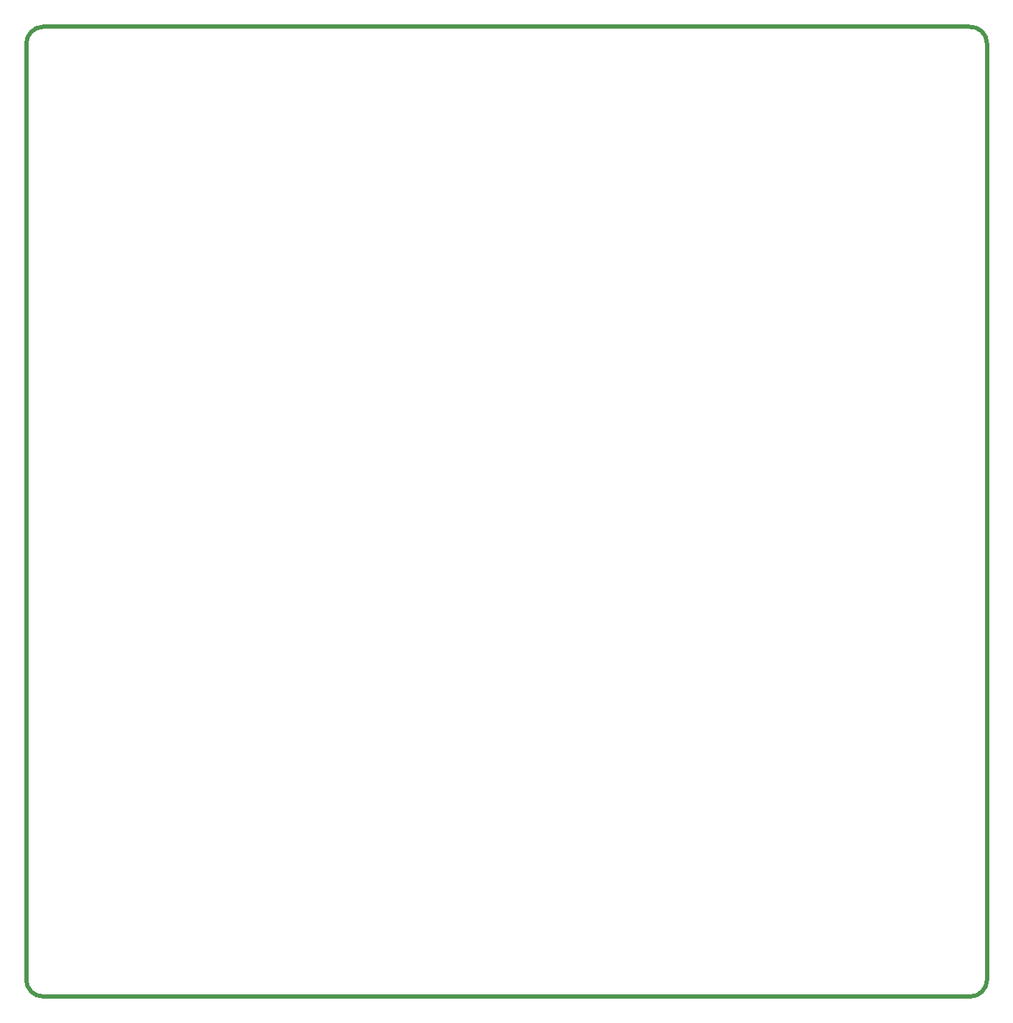
<source format=gbr>
%TF.GenerationSoftware,KiCad,Pcbnew,9.0.7*%
%TF.CreationDate,2026-01-21T16:50:36+00:00*%
%TF.ProjectId,OE PyBoard tester,4f452050-7942-46f6-9172-642074657374,rev?*%
%TF.SameCoordinates,PX4feafc0PY9062e40*%
%TF.FileFunction,Legend,Bot*%
%TF.FilePolarity,Positive*%
%FSLAX46Y46*%
G04 Gerber Fmt 4.6, Leading zero omitted, Abs format (unit mm)*
G04 Created by KiCad (PCBNEW 9.0.7) date 2026-01-21 16:50:36*
%MOMM*%
%LPD*%
G01*
G04 APERTURE LIST*
%ADD10R,1.700000X1.700000*%
%ADD11C,1.700000*%
%ADD12C,2.000000*%
%ADD13C,0.650000*%
%ADD14O,2.100000X1.000000*%
%ADD15O,1.800000X1.000000*%
%TA.AperFunction,Profile*%
%ADD16C,0.500000*%
%TD*%
G04 APERTURE END LIST*
%LPC*%
D10*
%TO.C,J5*%
X71514000Y101205200D03*
D11*
X71514000Y98665200D03*
X71514000Y96125200D03*
X71514000Y93585200D03*
X71514000Y91045200D03*
X71514000Y88505200D03*
X71514000Y85965200D03*
X71514000Y83425200D03*
X71514000Y80885200D03*
X71514000Y78345200D03*
X71514000Y75805200D03*
X71514000Y73265200D03*
X71514000Y70725200D03*
X71514000Y68185200D03*
X71514000Y65645200D03*
X71514000Y63105200D03*
%TD*%
D12*
%TO.C,TP27*%
X32990681Y66290144D03*
%TD*%
D10*
%TO.C,J2*%
X73690000Y27325000D03*
D11*
X73690000Y24785000D03*
X71150000Y27325000D03*
X71150000Y24785000D03*
X68610000Y27325000D03*
X68610000Y24785000D03*
%TD*%
D13*
%TO.C,J1*%
X107270000Y11560000D03*
X107270000Y17340000D03*
D14*
X106770000Y10130000D03*
D15*
X110950000Y10130000D03*
D14*
X106770000Y18770000D03*
D15*
X110950000Y18770000D03*
%TD*%
D12*
%TO.C,TP6*%
X82014000Y98031867D03*
%TD*%
D10*
%TO.C,J4*%
X43580000Y101193200D03*
D11*
X43580000Y98653200D03*
X43580000Y96113200D03*
X43580000Y93573200D03*
X43580000Y91033200D03*
X43580000Y88493200D03*
X43580000Y85953200D03*
X43580000Y83413200D03*
X43580000Y80873200D03*
X43580000Y78333200D03*
X43580000Y75793200D03*
X43580000Y73253200D03*
X43580000Y70713200D03*
X43580000Y68173200D03*
X43580000Y65633200D03*
X43580000Y63093200D03*
%TD*%
%LPD*%
D16*
X113550000Y112700000D02*
X113550000Y2000000D01*
X2000000Y0D02*
G75*
G02*
X0Y2000000I0J2000000D01*
G01*
X1992517Y114685786D02*
X111450000Y114700000D01*
X111550000Y0D02*
X2000000Y0D01*
X111450000Y114700000D02*
G75*
G02*
X113549980Y112700000I97600J-2000000D01*
G01*
X0Y2000000D02*
X0Y112685786D01*
X113550000Y2000000D02*
G75*
G02*
X111550000Y0I-2000000J0D01*
G01*
X0Y112685786D02*
G75*
G02*
X2000000Y114685800I2000000J14D01*
G01*
M02*

</source>
